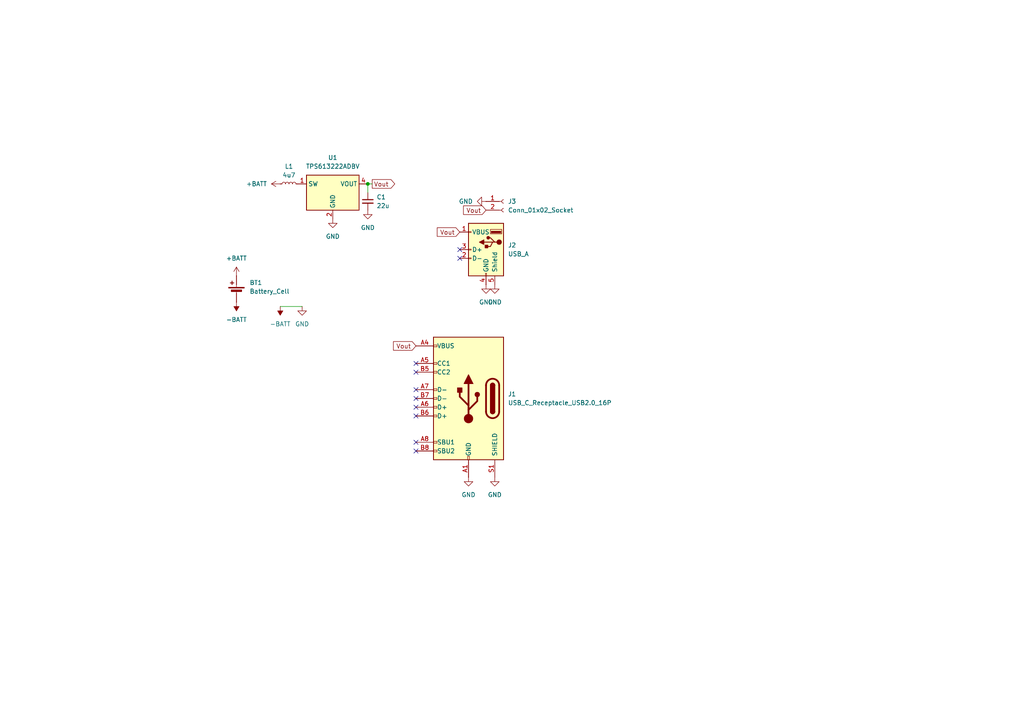
<source format=kicad_sch>
(kicad_sch (version 20250114) (generator "eeschema") (generator_version "9.0")
  (paper "A4")
  (lib_symbols
    (symbol "Connector:Conn_01x02_Socket" (pin_names (offset 1.016) (hide yes))
      (property "Reference" "J" (at 0 2.54 0))
      (property "Value" "Conn_01x02_Socket" (at 0 -5.08 0))
      (symbol "Conn_01x02_Socket_1_1"
        (polyline (pts (xy -1.27 0) (xy -0.508 0)) (stroke (width 0.1524)))
        (polyline (pts (xy -1.27 -2.54) (xy -0.508 -2.54)) (stroke (width 0.1524)))
        (arc (start 0 -0.508) (mid -0.5058 0) (end 0 0.508) (stroke (width 0.1524)))
        (arc (start 0 -3.048) (mid -0.5058 -2.54) (end 0 -2.032) (stroke (width 0.1524)))
        (pin passive line (at -5.08 0 0) (length 3.81) (name "Pin_1") (number "1"))
        (pin passive line (at -5.08 -2.54 0) (length 3.81) (name "Pin_2") (number "2"))
      )
    )
    (symbol "Connector:USB_A" (pin_names (offset 1.016))
      (property "Reference" "J" (at -5.08 11.43 0))
      (property "Value" "USB_A" (at -5.08 8.89 0))
      (symbol "USB_A_0_1"
        (rectangle (start -5.08 -7.62) (end 5.08 7.62) (stroke (width 0.254)) (fill (type background)))
        (circle (center -3.81 2.159) (radius 0.635) (stroke (width 0.254)) (fill (type outline)))
        (polyline (pts (xy -3.175 2.159) (xy -2.54 2.159) (xy -1.27 3.429) (xy -0.635 3.429)) (stroke (width 0.254)))
        (polyline (pts (xy -2.54 2.159) (xy -1.905 2.159) (xy -1.27 0.889) (xy 0 0.889)) (stroke (width 0.254)))
        (rectangle (start -1.524 4.826) (end -4.318 5.334) (fill (type outline)))
        (rectangle (start -1.27 4.572) (end -4.572 5.842))
        (circle (center -0.635 3.429) (radius 0.381) (stroke (width 0.254)) (fill (type outline)))
        (rectangle (start -0.127 -7.62) (end 0.127 -6.858))
        (rectangle (start 0.254 1.27) (end -0.508 0.508) (stroke (width 0.254)) (fill (type outline)))
        (polyline (pts (xy 0.635 2.794) (xy 0.635 1.524) (xy 1.905 2.159) (xy 0.635 2.794)) (stroke (width 0.254)) (fill (type outline)))
        (rectangle (start 5.08 4.953) (end 4.318 5.207))
        (rectangle (start 5.08 -0.127) (end 4.318 0.127))
        (rectangle (start 5.08 -2.667) (end 4.318 -2.413))
      )
      (symbol "USB_A_1_1"
        (polyline (pts (xy -1.905 2.159) (xy 0.635 2.159)) (stroke (width 0.254)))
        (pin passive line (at -2.54 -10.16 90) (length 2.54) (name "Shield") (number "5"))
        (pin power_in line (at 0 -10.16 90) (length 2.54) (name "GND") (number "4"))
        (pin power_in line (at 7.62 5.08 180) (length 2.54) (name "VBUS") (number "1"))
        (pin bidirectional line (at 7.62 0 180) (length 2.54) (name "D+") (number "3"))
        (pin bidirectional line (at 7.62 -2.54 180) (length 2.54) (name "D-") (number "2"))
      )
    )
    (symbol "Connector:USB_C_Receptacle_USB2.0_16P" (pin_names (offset 1.016))
      (property "Reference" "J" (at 0 22.225 0))
      (property "Value" "USB_C_Receptacle_USB2.0_16P" (at 0 19.685 0))
      (symbol "USB_C_Receptacle_USB2.0_16P_0_0"
        (rectangle (start -0.254 -17.78) (end 0.254 -16.764))
        (rectangle (start 10.16 15.494) (end 9.144 14.986))
        (rectangle (start 10.16 10.414) (end 9.144 9.906))
        (rectangle (start 10.16 7.874) (end 9.144 7.366))
        (rectangle (start 10.16 2.794) (end 9.144 2.286))
        (rectangle (start 10.16 0.254) (end 9.144 -0.254))
        (rectangle (start 10.16 -2.286) (end 9.144 -2.794))
        (rectangle (start 10.16 -4.826) (end 9.144 -5.334))
        (rectangle (start 10.16 -12.446) (end 9.144 -12.954))
        (rectangle (start 10.16 -14.986) (end 9.144 -15.494))
      )
      (symbol "USB_C_Receptacle_USB2.0_16P_0_1"
        (rectangle (start -10.16 17.78) (end 10.16 -17.78) (stroke (width 0.254)) (fill (type background)))
        (polyline (pts (xy -8.89 -3.81) (xy -8.89 3.81)) (stroke (width 0.508)))
        (rectangle (start -7.62 -3.81) (end -6.35 3.81) (stroke (width 0.254)) (fill (type outline)))
        (arc (start -7.62 3.81) (mid -6.985 4.4423) (end -6.35 3.81) (stroke (width 0.254)))
        (arc (start -7.62 3.81) (mid -6.985 4.4423) (end -6.35 3.81) (stroke (width 0.254)) (fill (type outline)))
        (arc (start -8.89 3.81) (mid -6.985 5.7067) (end -5.08 3.81) (stroke (width 0.508)))
        (arc (start -5.08 -3.81) (mid -6.985 -5.7067) (end -8.89 -3.81) (stroke (width 0.508)))
        (arc (start -6.35 -3.81) (mid -6.985 -4.4423) (end -7.62 -3.81) (stroke (width 0.254)))
        (arc (start -6.35 -3.81) (mid -6.985 -4.4423) (end -7.62 -3.81) (stroke (width 0.254)) (fill (type outline)))
        (polyline (pts (xy -5.08 3.81) (xy -5.08 -3.81)) (stroke (width 0.508)))
        (circle (center -2.54 1.143) (radius 0.635) (stroke (width 0.254)) (fill (type outline)))
        (polyline (pts (xy -1.27 4.318) (xy 0 6.858) (xy 1.27 4.318) (xy -1.27 4.318)) (stroke (width 0.254)) (fill (type outline)))
        (polyline (pts (xy 0 -2.032) (xy 2.54 0.508) (xy 2.54 1.778)) (stroke (width 0.508)))
        (polyline (pts (xy 0 -3.302) (xy -2.54 -0.762) (xy -2.54 0.508)) (stroke (width 0.508)))
        (polyline (pts (xy 0 -5.842) (xy 0 4.318)) (stroke (width 0.508)))
        (circle (center 0 -5.842) (radius 1.27) (fill (type outline)))
        (rectangle (start 1.905 1.778) (end 3.175 3.048) (stroke (width 0.254)) (fill (type outline)))
      )
      (symbol "USB_C_Receptacle_USB2.0_16P_1_1"
        (pin passive line (at -7.62 -22.86 90) (length 5.08) (name "SHIELD") (number "S1"))
        (pin passive line (at 0 -22.86 90) (length 5.08) (name "GND") (number "A1"))
        (pin passive line (at 0 -22.86 90) (length 5.08) (hide yes) (name "GND") (number "A12"))
        (pin passive line (at 0 -22.86 90) (length 5.08) (hide yes) (name "GND") (number "B1"))
        (pin passive line (at 0 -22.86 90) (length 5.08) (hide yes) (name "GND") (number "B12"))
        (pin passive line (at 15.24 15.24 180) (length 5.08) (name "VBUS") (number "A4"))
        (pin passive line (at 15.24 15.24 180) (length 5.08) (hide yes) (name "VBUS") (number "A9"))
        (pin passive line (at 15.24 15.24 180) (length 5.08) (hide yes) (name "VBUS") (number "B4"))
        (pin passive line (at 15.24 15.24 180) (length 5.08) (hide yes) (name "VBUS") (number "B9"))
        (pin bidirectional line (at 15.24 10.16 180) (length 5.08) (name "CC1") (number "A5"))
        (pin bidirectional line (at 15.24 7.62 180) (length 5.08) (name "CC2") (number "B5"))
        (pin bidirectional line (at 15.24 2.54 180) (length 5.08) (name "D-") (number "A7"))
        (pin bidirectional line (at 15.24 0 180) (length 5.08) (name "D-") (number "B7"))
        (pin bidirectional line (at 15.24 -2.54 180) (length 5.08) (name "D+") (number "A6"))
        (pin bidirectional line (at 15.24 -5.08 180) (length 5.08) (name "D+") (number "B6"))
        (pin bidirectional line (at 15.24 -12.7 180) (length 5.08) (name "SBU1") (number "A8"))
        (pin bidirectional line (at 15.24 -15.24 180) (length 5.08) (name "SBU2") (number "B8"))
      )
    )
    (symbol "Device:Battery_Cell" (pin_numbers (hide yes)) (pin_names (offset 0) (hide yes))
      (property "Reference" "BT" (at 2.54 2.54 0))
      (property "Value" "Battery_Cell" (at 2.54 0 0))
      (symbol "Battery_Cell_0_1"
        (rectangle (start -2.286 1.778) (end 2.286 1.524) (fill (type outline)))
        (rectangle (start -1.524 1.016) (end 1.524 0.508) (fill (type outline)))
        (polyline (pts (xy 0 1.778) (xy 0 2.54)))
        (polyline (pts (xy 0 0.762) (xy 0 0)))
        (polyline (pts (xy 0.762 3.048) (xy 1.778 3.048)) (stroke (width 0.254)))
        (polyline (pts (xy 1.27 3.556) (xy 1.27 2.54)) (stroke (width 0.254)))
      )
      (symbol "Battery_Cell_1_1"
        (pin passive line (at 0 5.08 270) (length 2.54) (name "+") (number "1"))
        (pin passive line (at 0 -2.54 90) (length 2.54) (name "-") (number "2"))
      )
    )
    (symbol "Device:C_Small" (pin_numbers (hide yes)) (pin_names (offset 0.254) (hide yes))
      (property "Reference" "C" (at 0.254 1.778 0))
      (property "Value" "C_Small" (at 0.254 -2.032 0))
      (symbol "C_Small_0_1"
        (polyline (pts (xy -1.524 0.508) (xy 1.524 0.508)) (stroke (width 0.3048)))
        (polyline (pts (xy -1.524 -0.508) (xy 1.524 -0.508)) (stroke (width 0.3302)))
      )
      (symbol "C_Small_1_1"
        (pin passive line (at 0 2.54 270) (length 2.032) (name "~") (number "1"))
        (pin passive line (at 0 -2.54 90) (length 2.032) (name "~") (number "2"))
      )
    )
    (symbol "Device:L_Small" (pin_numbers (hide yes)) (pin_names (offset 0.254) (hide yes))
      (property "Reference" "L" (at 0.762 1.016 0))
      (property "Value" "L_Small" (at 0.762 -1.016 0))
      (symbol "L_Small_0_1"
        (arc (start 0 2.032) (mid 0.5058 1.524) (end 0 1.016))
        (arc (start 0 1.016) (mid 0.5058 0.508) (end 0 0))
        (arc (start 0 0) (mid 0.5058 -0.508) (end 0 -1.016))
        (arc (start 0 -1.016) (mid 0.5058 -1.524) (end 0 -2.032))
      )
      (symbol "L_Small_1_1"
        (pin passive line (at 0 2.54 270) (length 0.508) (name "~") (number "1"))
        (pin passive line (at 0 -2.54 90) (length 0.508) (name "~") (number "2"))
      )
    )
    (symbol "Regulator_Switching:TPS613222ADBV"
      (property "Reference" "U" (at -7.62 6.35 0))
      (property "Value" "TPS613222ADBV" (at 2.54 6.35 0))
      (symbol "TPS613222ADBV_0_1"
        (rectangle (start -7.62 5.08) (end 7.62 -5.08) (stroke (width 0.254)) (fill (type background)))
      )
      (symbol "TPS613222ADBV_1_1"
        (pin power_in line (at -10.16 2.54 0) (length 2.54) (name "SW") (number "1"))
        (pin no_connect line (at -7.62 -2.54 0) (length 2.54) (hide yes) (name "NC") (number "3"))
        (pin power_in line (at 0 -7.62 90) (length 2.54) (name "GND") (number "2"))
        (pin no_connect line (at 7.62 -2.54 180) (length 2.54) (hide yes) (name "NC") (number "5"))
        (pin power_out line (at 10.16 2.54 180) (length 2.54) (name "VOUT") (number "4"))
      )
    )
    (symbol "power:+BATT" (power) (pin_numbers (hide yes)) (pin_names (offset 0) (hide yes))
      (property "Value" "+BATT" (at 0 3.556 0))
      (symbol "+BATT_0_1"
        (polyline (pts (xy -0.762 1.27) (xy 0 2.54)))
        (polyline (pts (xy 0 2.54) (xy 0.762 1.27)))
        (polyline (pts (xy 0 0) (xy 0 2.54)))
      )
      (symbol "+BATT_1_1"
        (pin power_in line (at 0 0 90) (length 0) (name "~") (number "1"))
      )
    )
    (symbol "power:-BATT" (power) (pin_numbers (hide yes)) (pin_names (offset 0) (hide yes))
      (property "Value" "-BATT" (at 0 3.556 0))
      (symbol "-BATT_0_1"
        (polyline (pts (xy 0 0) (xy 0 2.54)))
        (polyline (pts (xy 0.762 1.27) (xy -0.762 1.27) (xy 0 2.54) (xy 0.762 1.27)) (fill (type outline)))
      )
      (symbol "-BATT_1_1"
        (pin power_in line (at 0 0 90) (length 0) (name "~") (number "1"))
      )
    )
    (symbol "power:GND" (power) (pin_numbers (hide yes)) (pin_names (offset 0) (hide yes))
      (property "Value" "GND" (at 0 -3.81 0))
      (symbol "GND_0_1"
        (polyline (pts (xy 0 0) (xy 0 -1.27) (xy 1.27 -1.27) (xy 0 -2.54) (xy -1.27 -1.27) (xy 0 -1.27)))
      )
      (symbol "GND_1_1"
        (pin power_in line (at 0 0 270) (length 0) (name "~") (number "1"))
      )
    )
  )
  (junction (at 106.68 53.34))
  (no_connect (at 120.65 107.95))
  (no_connect (at 120.65 115.57))
  (no_connect (at 120.65 113.03))
  (no_connect (at 120.65 120.65))
  (no_connect (at 120.65 128.27))
  (no_connect (at 133.35 72.39))
  (no_connect (at 120.65 130.81))
  (no_connect (at 133.35 74.93))
  (no_connect (at 120.65 118.11))
  (no_connect (at 120.65 105.41))
  (wire (pts (xy 107.95 53.34) (xy 106.68 53.34)))
  (wire (pts (xy 106.68 53.34) (xy 106.68 55.88)))
  (wire (pts (xy 81.28 88.9) (xy 87.63 88.9)))
  (global_label "Vout" (shape input) (at 140.97 60.96 180) (property "Intersheetrefs" "${INTERSHEET_REFS}" (effects (hide yes))))
  (global_label "Vout" (shape output) (at 107.95 53.34 0) (property "Intersheetrefs" "${INTERSHEET_REFS}" (effects (hide yes))))
  (global_label "Vout" (shape input) (at 120.65 100.33 180) (property "Intersheetrefs" "${INTERSHEET_REFS}" (effects (hide yes))))
  (global_label "Vout" (shape input) (at 133.35 67.31 180) (property "Intersheetrefs" "${INTERSHEET_REFS}" (effects (hide yes))))
  (symbol (lib_id "Connector:Conn_01x02_Socket") (at 146.05 58.42 0) (unit 1)
    (property "Reference" "J3" (at 147.32 58.4199 0) (effects (justify left)))
    (property "Value" "Conn_01x02_Socket" (at 147.32 60.9599 0) (effects (justify left)))
    (property "Footprint" "Connector_PinSocket_2.54mm:PinSocket_1x02_P2.54mm_Vertical" (effects (hide yes)))
    (property "Description" "Generic connector, single row, 01x02, script generated" (effects (hide yes)))
  )
  (symbol (lib_id "power:GND") (at 96.52 63.5 0) (unit 1)
    (property "Reference" "#PWR06" (effects (hide yes)))
    (property "Value" "GND" (at 96.52 68.58 0))
    (property "Description" "Power symbol creates a global label with name \"GND\" , ground" (effects (hide yes)))
  )
  (symbol (lib_id "power:GND") (at 143.51 82.55 0) (unit 1)
    (property "Reference" "#PWR011" (effects (hide yes)))
    (property "Value" "GND" (at 143.51 87.63 0))
    (property "Description" "Power symbol creates a global label with name \"GND\" , ground" (effects (hide yes)))
  )
  (symbol (lib_id "Connector:USB_C_Receptacle_USB2.0_16P") (at 135.89 115.57 0) (mirror y) (unit 1)
    (property "Reference" "J1" (at 147.32 114.2999 0) (effects (justify right)))
    (property "Value" "USB_C_Receptacle_USB2.0_16P" (at 147.32 116.8399 0) (effects (justify right)))
    (property "Footprint" "Connector_USB:USB_C_Receptacle_GCT_USB4105-xx-A_16P_TopMnt_Horizontal" (effects (hide yes)))
    (property "Datasheet" "https://www.usb.org/sites/default/files/documents/usb_type-c.zip" (effects (hide yes)))
    (property "Description" "USB 2.0-only 16P Type-C Receptacle connector" (effects (hide yes)))
  )
  (symbol (lib_id "Connector:USB_A") (at 140.97 72.39 0) (mirror y) (unit 1)
    (property "Reference" "J2" (at 147.32 71.1199 0) (effects (justify right)))
    (property "Value" "USB_A" (at 147.32 73.6599 0) (effects (justify right)))
    (property "Footprint" "Connector_USB:USB_A_Molex_67643_Horizontal" (effects (hide yes)))
    (property "Description" "USB Type A connector" (effects (hide yes)))
  )
  (symbol (lib_id "power:GND") (at 135.89 138.43 0) (unit 1)
    (property "Reference" "#PWR08" (effects (hide yes)))
    (property "Value" "GND" (at 135.89 143.51 0))
    (property "Description" "Power symbol creates a global label with name \"GND\" , ground" (effects (hide yes)))
  )
  (symbol (lib_id "power:-BATT") (at 81.28 88.9 0) (mirror x) (unit 1)
    (property "Reference" "#PWR04" (effects (hide yes)))
    (property "Value" "-BATT" (at 81.28 93.98 0))
    (property "Description" "Power symbol creates a global label with name \"-BATT\"" (effects (hide yes)))
  )
  (symbol (lib_id "power:+BATT") (at 81.28 53.34 90) (unit 1)
    (property "Reference" "#PWR03" (effects (hide yes)))
    (property "Value" "+BATT" (at 77.47 53.3399 90) (effects (justify left)))
    (property "Description" "Power symbol creates a global label with name \"+BATT\"" (effects (hide yes)))
  )
  (symbol (lib_id "power:GND") (at 143.51 138.43 0) (unit 1)
    (property "Reference" "#PWR09" (effects (hide yes)))
    (property "Value" "GND" (at 143.51 143.51 0))
    (property "Description" "Power symbol creates a global label with name \"GND\" , ground" (effects (hide yes)))
  )
  (symbol (lib_id "power:GND") (at 106.68 60.96 0) (unit 1)
    (property "Reference" "#PWR07" (effects (hide yes)))
    (property "Value" "GND" (at 106.68 66.04 0))
    (property "Description" "Power symbol creates a global label with name \"GND\" , ground" (effects (hide yes)))
  )
  (symbol (lib_id "Device:Battery_Cell") (at 68.58 85.09 0) (mirror y) (unit 1)
    (property "Reference" "BT1" (at 72.39 81.9784 0) (effects (justify right)))
    (property "Value" "Battery_Cell" (at 72.39 84.5184 0) (effects (justify right)))
    (property "Footprint" "Battery:BatteryHolder_Keystone_2466_1xAAA" (effects (hide yes)))
    (property "Description" "Single-cell battery" (effects (hide yes)))
    (property "Sim.Device" "V" (effects (hide yes)))
    (property "Sim.Type" "DC" (effects (hide yes)))
    (property "Sim.Pins" "1=+ 2=-" (effects (hide yes)))
  )
  (symbol (lib_id "power:-BATT") (at 68.58 87.63 0) (mirror x) (unit 1)
    (property "Reference" "#PWR02" (effects (hide yes)))
    (property "Value" "-BATT" (at 68.58 92.71 0))
    (property "Description" "Power symbol creates a global label with name \"-BATT\"" (effects (hide yes)))
  )
  (symbol (lib_id "Device:C_Small") (at 106.68 58.42 0) (unit 1)
    (property "Reference" "C1" (at 109.22 57.1562 0) (effects (justify left)))
    (property "Value" "22u" (at 109.22 59.6962 0) (effects (justify left)))
    (property "Footprint" "Capacitor_SMD:C_0603_1608Metric" (effects (hide yes)))
    (property "Description" "Unpolarized capacitor, small symbol" (effects (hide yes)))
  )
  (symbol (lib_id "Device:L_Small") (at 83.82 53.34 90) (unit 1)
    (property "Reference" "L1" (at 83.82 48.26 90))
    (property "Value" "4u7" (at 83.82 50.8 90))
    (property "Footprint" "Inductor_SMD:L_1210_3225Metric" (effects (hide yes)))
    (property "Description" "Inductor, small symbol" (effects (hide yes)))
  )
  (symbol (lib_id "power:GND") (at 140.97 58.42 270) (unit 1)
    (property "Reference" "#PWR012" (effects (hide yes)))
    (property "Value" "GND" (at 137.16 58.4199 90) (effects (justify right)))
    (property "Description" "Power symbol creates a global label with name \"GND\" , ground" (effects (hide yes)))
  )
  (symbol (lib_id "power:GND") (at 140.97 82.55 0) (unit 1)
    (property "Reference" "#PWR010" (effects (hide yes)))
    (property "Value" "GND" (at 140.97 87.63 0))
    (property "Description" "Power symbol creates a global label with name \"GND\" , ground" (effects (hide yes)))
  )
  (symbol (lib_id "Regulator_Switching:TPS613222ADBV") (at 96.52 55.88 0) (unit 1)
    (property "Reference" "U1" (at 96.52 45.72 0))
    (property "Value" "TPS613222ADBV" (at 96.52 48.26 0))
    (property "Footprint" "Package_TO_SOT_SMD:SOT-23-5" (effects (hide yes)))
    (property "Datasheet" "http://www.ti.com/lit/ds/symlink/tps61322.pdf" (effects (hide yes)))
    (property "Description" "1.8A Step-Up Converter, 5V Output Voltage, 0.9-5.5V Input Voltage, SOT-23-5" (effects (hide yes)))
  )
  (symbol (lib_id "power:GND") (at 87.63 88.9 0) (unit 1)
    (property "Reference" "#PWR05" (effects (hide yes)))
    (property "Value" "GND" (at 87.63 93.98 0))
    (property "Description" "Power symbol creates a global label with name \"GND\" , ground" (effects (hide yes)))
  )
  (symbol (lib_id "power:+BATT") (at 68.58 80.01 0) (unit 1)
    (property "Reference" "#PWR01" (effects (hide yes)))
    (property "Value" "+BATT" (at 68.58 74.93 0))
    (property "Description" "Power symbol creates a global label with name \"+BATT\"" (effects (hide yes)))
  )
)
</source>
